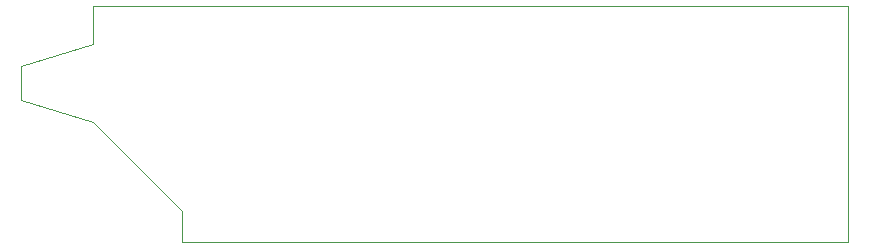
<source format=gm1>
G04*
G04 #@! TF.GenerationSoftware,Altium Limited,Altium Designer,24.1.0 (36)*
G04*
G04 Layer_Color=16711935*
%FSLAX44Y44*%
%MOMM*%
G71*
G04*
G04 #@! TF.SameCoordinates,419B32F7-A19B-4B02-8D27-CA0E7DC0472F*
G04*
G04*
G04 #@! TF.FilePolarity,Positive*
G04*
G01*
G75*
%ADD81C,0.1000*%
D81*
X60500Y102250D02*
X135750Y27000D01*
X60500Y167750D02*
Y200000D01*
X135750Y0D02*
Y27000D01*
X0Y120765D02*
X60500Y102250D01*
X0Y149235D02*
X60500Y167750D01*
X0Y120765D02*
Y149235D01*
X60500Y200000D02*
X700000Y200000D01*
X135750Y0D02*
X700000Y0D01*
Y200000D01*
M02*

</source>
